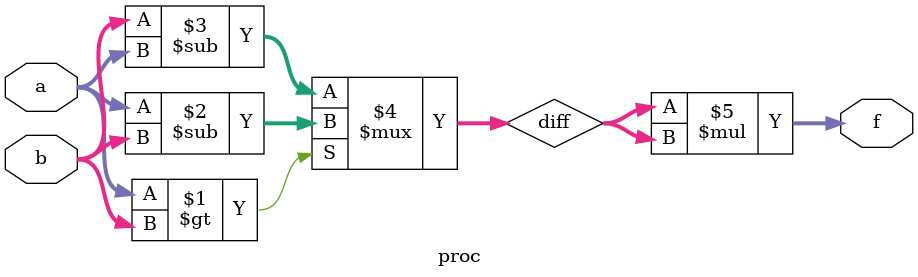
<source format=v>
module proc(a, b, f);
parameter width = 9;
input [width - 1: 0] a;
input [width - 1: 0] b;
output [width * 2 - 1: 0] f;
wire [width - 1: 0] diff;
assign diff = (a > b)? (a - b): (b - a);
assign f = diff * diff;
endmodule

</source>
